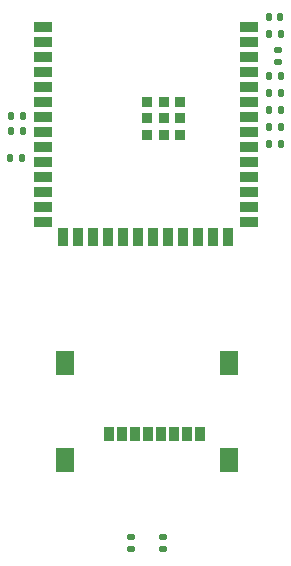
<source format=gbr>
%TF.GenerationSoftware,KiCad,Pcbnew,9.0.5*%
%TF.CreationDate,2025-11-05T18:30:54-05:00*%
%TF.ProjectId,flight-computer,666c6967-6874-42d6-936f-6d7075746572,rev?*%
%TF.SameCoordinates,Original*%
%TF.FileFunction,Paste,Bot*%
%TF.FilePolarity,Positive*%
%FSLAX46Y46*%
G04 Gerber Fmt 4.6, Leading zero omitted, Abs format (unit mm)*
G04 Created by KiCad (PCBNEW 9.0.5) date 2025-11-05 18:30:54*
%MOMM*%
%LPD*%
G01*
G04 APERTURE LIST*
G04 Aperture macros list*
%AMRoundRect*
0 Rectangle with rounded corners*
0 $1 Rounding radius*
0 $2 $3 $4 $5 $6 $7 $8 $9 X,Y pos of 4 corners*
0 Add a 4 corners polygon primitive as box body*
4,1,4,$2,$3,$4,$5,$6,$7,$8,$9,$2,$3,0*
0 Add four circle primitives for the rounded corners*
1,1,$1+$1,$2,$3*
1,1,$1+$1,$4,$5*
1,1,$1+$1,$6,$7*
1,1,$1+$1,$8,$9*
0 Add four rect primitives between the rounded corners*
20,1,$1+$1,$2,$3,$4,$5,0*
20,1,$1+$1,$4,$5,$6,$7,0*
20,1,$1+$1,$6,$7,$8,$9,0*
20,1,$1+$1,$8,$9,$2,$3,0*%
G04 Aperture macros list end*
%ADD10RoundRect,0.140000X0.140000X0.170000X-0.140000X0.170000X-0.140000X-0.170000X0.140000X-0.170000X0*%
%ADD11RoundRect,0.135000X0.135000X0.185000X-0.135000X0.185000X-0.135000X-0.185000X0.135000X-0.185000X0*%
%ADD12RoundRect,0.135000X-0.135000X-0.185000X0.135000X-0.185000X0.135000X0.185000X-0.135000X0.185000X0*%
%ADD13RoundRect,0.135000X-0.185000X0.135000X-0.185000X-0.135000X0.185000X-0.135000X0.185000X0.135000X0*%
%ADD14RoundRect,0.140000X-0.170000X0.140000X-0.170000X-0.140000X0.170000X-0.140000X0.170000X0.140000X0*%
%ADD15R,1.498600X2.006600*%
%ADD16R,0.812800X1.193800*%
%ADD17R,1.500000X0.900000*%
%ADD18R,0.900000X1.500000*%
%ADD19R,0.900000X0.900000*%
G04 APERTURE END LIST*
D10*
%TO.C,C5*%
X155201895Y-80446555D03*
X156161895Y-80446555D03*
%TD*%
D11*
%TO.C,R14*%
X155171895Y-88346555D03*
X156191895Y-88346555D03*
%TD*%
D12*
%TO.C,R11*%
X134401895Y-90046555D03*
X133381895Y-90046555D03*
%TD*%
%TO.C,R1*%
X156191895Y-81846555D03*
X155171895Y-81846555D03*
%TD*%
D13*
%TO.C,R4*%
X143481895Y-125506555D03*
X143481895Y-124486555D03*
%TD*%
D11*
%TO.C,R12*%
X155171895Y-85446555D03*
X156191895Y-85446555D03*
%TD*%
D12*
%TO.C,R7*%
X134381895Y-88846555D03*
X133361895Y-88846555D03*
%TD*%
D14*
%TO.C,C3*%
X155981895Y-83266555D03*
X155981895Y-84226555D03*
%TD*%
D15*
%TO.C,J4*%
X137936895Y-109770255D03*
X137936895Y-117970256D03*
X151826895Y-109770255D03*
X151826895Y-117970256D03*
D16*
X149356895Y-115770256D03*
X148256895Y-115770256D03*
X147156894Y-115770256D03*
X146056894Y-115770256D03*
X144956896Y-115770256D03*
X143856896Y-115770256D03*
X142756895Y-115770256D03*
X141656895Y-115770256D03*
%TD*%
D11*
%TO.C,R8*%
X155171895Y-91146555D03*
X156191895Y-91146555D03*
%TD*%
D12*
%TO.C,R6*%
X134291895Y-92346555D03*
X133271895Y-92346555D03*
%TD*%
D17*
%TO.C,U2*%
X136017600Y-81280000D03*
X136017600Y-82550000D03*
X136017600Y-83820000D03*
X136017600Y-85090000D03*
X136017600Y-86360000D03*
X136017600Y-87630000D03*
X136017600Y-88900000D03*
X136017600Y-90170000D03*
X136017600Y-91440000D03*
X136017600Y-92710000D03*
X136017600Y-93980000D03*
X136017600Y-95250000D03*
X136017600Y-96520000D03*
X136017600Y-97790000D03*
D18*
X137782600Y-99040000D03*
X139052600Y-99040000D03*
X140322600Y-99040000D03*
X141592600Y-99040000D03*
X142862600Y-99040000D03*
X144132600Y-99040000D03*
X145402600Y-99040000D03*
X146672600Y-99040000D03*
X147942600Y-99040000D03*
X149212600Y-99040000D03*
X150482600Y-99040000D03*
X151752600Y-99040000D03*
D17*
X153517600Y-97790000D03*
X153517600Y-96520000D03*
X153517600Y-95250000D03*
X153517600Y-93980000D03*
X153517600Y-92710000D03*
X153517600Y-91440000D03*
X153517600Y-90170000D03*
X153517600Y-88900000D03*
X153517600Y-87630000D03*
X153517600Y-86360000D03*
X153517600Y-85090000D03*
X153517600Y-83820000D03*
X153517600Y-82550000D03*
X153517600Y-81280000D03*
D19*
X144867600Y-87600000D03*
X144867600Y-89000000D03*
X144867600Y-90400000D03*
X146267600Y-87600000D03*
X146267600Y-89000000D03*
X146267600Y-90400000D03*
X147667600Y-87600000D03*
X147667600Y-89000000D03*
X147667600Y-90400000D03*
%TD*%
D11*
%TO.C,R13*%
X155171895Y-86846555D03*
X156191895Y-86846555D03*
%TD*%
%TO.C,R15*%
X155171895Y-89746555D03*
X156191895Y-89746555D03*
%TD*%
D13*
%TO.C,R5*%
X146231895Y-125506555D03*
X146231895Y-124486555D03*
%TD*%
M02*

</source>
